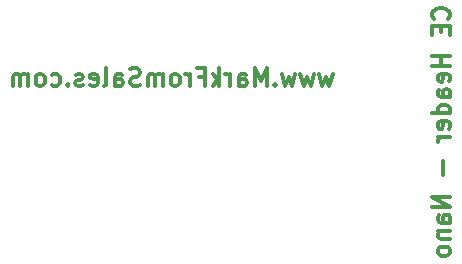
<source format=gbr>
G04 #@! TF.GenerationSoftware,KiCad,Pcbnew,(5.0.2)-1*
G04 #@! TF.CreationDate,2019-02-02T18:03:16-06:00*
G04 #@! TF.ProjectId,CE-Header-Arduino-Nano,43452d48-6561-4646-9572-2d4172647569,1.0*
G04 #@! TF.SameCoordinates,Original*
G04 #@! TF.FileFunction,Legend,Bot*
G04 #@! TF.FilePolarity,Positive*
%FSLAX46Y46*%
G04 Gerber Fmt 4.6, Leading zero omitted, Abs format (unit mm)*
G04 Created by KiCad (PCBNEW (5.0.2)-1) date 2/2/2019 6:03:16 PM*
%MOMM*%
%LPD*%
G01*
G04 APERTURE LIST*
%ADD10C,0.300000*%
G04 APERTURE END LIST*
D10*
X115207142Y-58606571D02*
X114921428Y-59606571D01*
X114635714Y-58892285D01*
X114350000Y-59606571D01*
X114064285Y-58606571D01*
X113635714Y-58606571D02*
X113350000Y-59606571D01*
X113064285Y-58892285D01*
X112778571Y-59606571D01*
X112492857Y-58606571D01*
X112064285Y-58606571D02*
X111778571Y-59606571D01*
X111492857Y-58892285D01*
X111207142Y-59606571D01*
X110921428Y-58606571D01*
X110350000Y-59463714D02*
X110278571Y-59535142D01*
X110350000Y-59606571D01*
X110421428Y-59535142D01*
X110350000Y-59463714D01*
X110350000Y-59606571D01*
X109635714Y-59606571D02*
X109635714Y-58106571D01*
X109135714Y-59178000D01*
X108635714Y-58106571D01*
X108635714Y-59606571D01*
X107278571Y-59606571D02*
X107278571Y-58820857D01*
X107350000Y-58678000D01*
X107492857Y-58606571D01*
X107778571Y-58606571D01*
X107921428Y-58678000D01*
X107278571Y-59535142D02*
X107421428Y-59606571D01*
X107778571Y-59606571D01*
X107921428Y-59535142D01*
X107992857Y-59392285D01*
X107992857Y-59249428D01*
X107921428Y-59106571D01*
X107778571Y-59035142D01*
X107421428Y-59035142D01*
X107278571Y-58963714D01*
X106564285Y-59606571D02*
X106564285Y-58606571D01*
X106564285Y-58892285D02*
X106492857Y-58749428D01*
X106421428Y-58678000D01*
X106278571Y-58606571D01*
X106135714Y-58606571D01*
X105635714Y-59606571D02*
X105635714Y-58106571D01*
X105492857Y-59035142D02*
X105064285Y-59606571D01*
X105064285Y-58606571D02*
X105635714Y-59178000D01*
X103921428Y-58820857D02*
X104421428Y-58820857D01*
X104421428Y-59606571D02*
X104421428Y-58106571D01*
X103707142Y-58106571D01*
X103135714Y-59606571D02*
X103135714Y-58606571D01*
X103135714Y-58892285D02*
X103064285Y-58749428D01*
X102992857Y-58678000D01*
X102850000Y-58606571D01*
X102707142Y-58606571D01*
X101992857Y-59606571D02*
X102135714Y-59535142D01*
X102207142Y-59463714D01*
X102278571Y-59320857D01*
X102278571Y-58892285D01*
X102207142Y-58749428D01*
X102135714Y-58678000D01*
X101992857Y-58606571D01*
X101778571Y-58606571D01*
X101635714Y-58678000D01*
X101564285Y-58749428D01*
X101492857Y-58892285D01*
X101492857Y-59320857D01*
X101564285Y-59463714D01*
X101635714Y-59535142D01*
X101778571Y-59606571D01*
X101992857Y-59606571D01*
X100850000Y-59606571D02*
X100850000Y-58606571D01*
X100850000Y-58749428D02*
X100778571Y-58678000D01*
X100635714Y-58606571D01*
X100421428Y-58606571D01*
X100278571Y-58678000D01*
X100207142Y-58820857D01*
X100207142Y-59606571D01*
X100207142Y-58820857D02*
X100135714Y-58678000D01*
X99992857Y-58606571D01*
X99778571Y-58606571D01*
X99635714Y-58678000D01*
X99564285Y-58820857D01*
X99564285Y-59606571D01*
X98921428Y-59535142D02*
X98707142Y-59606571D01*
X98350000Y-59606571D01*
X98207142Y-59535142D01*
X98135714Y-59463714D01*
X98064285Y-59320857D01*
X98064285Y-59178000D01*
X98135714Y-59035142D01*
X98207142Y-58963714D01*
X98350000Y-58892285D01*
X98635714Y-58820857D01*
X98778571Y-58749428D01*
X98850000Y-58678000D01*
X98921428Y-58535142D01*
X98921428Y-58392285D01*
X98850000Y-58249428D01*
X98778571Y-58178000D01*
X98635714Y-58106571D01*
X98278571Y-58106571D01*
X98064285Y-58178000D01*
X96778571Y-59606571D02*
X96778571Y-58820857D01*
X96850000Y-58678000D01*
X96992857Y-58606571D01*
X97278571Y-58606571D01*
X97421428Y-58678000D01*
X96778571Y-59535142D02*
X96921428Y-59606571D01*
X97278571Y-59606571D01*
X97421428Y-59535142D01*
X97492857Y-59392285D01*
X97492857Y-59249428D01*
X97421428Y-59106571D01*
X97278571Y-59035142D01*
X96921428Y-59035142D01*
X96778571Y-58963714D01*
X95850000Y-59606571D02*
X95992857Y-59535142D01*
X96064285Y-59392285D01*
X96064285Y-58106571D01*
X94707142Y-59535142D02*
X94850000Y-59606571D01*
X95135714Y-59606571D01*
X95278571Y-59535142D01*
X95350000Y-59392285D01*
X95350000Y-58820857D01*
X95278571Y-58678000D01*
X95135714Y-58606571D01*
X94850000Y-58606571D01*
X94707142Y-58678000D01*
X94635714Y-58820857D01*
X94635714Y-58963714D01*
X95350000Y-59106571D01*
X94064285Y-59535142D02*
X93921428Y-59606571D01*
X93635714Y-59606571D01*
X93492857Y-59535142D01*
X93421428Y-59392285D01*
X93421428Y-59320857D01*
X93492857Y-59178000D01*
X93635714Y-59106571D01*
X93850000Y-59106571D01*
X93992857Y-59035142D01*
X94064285Y-58892285D01*
X94064285Y-58820857D01*
X93992857Y-58678000D01*
X93850000Y-58606571D01*
X93635714Y-58606571D01*
X93492857Y-58678000D01*
X92778571Y-59463714D02*
X92707142Y-59535142D01*
X92778571Y-59606571D01*
X92850000Y-59535142D01*
X92778571Y-59463714D01*
X92778571Y-59606571D01*
X91421428Y-59535142D02*
X91564285Y-59606571D01*
X91850000Y-59606571D01*
X91992857Y-59535142D01*
X92064285Y-59463714D01*
X92135714Y-59320857D01*
X92135714Y-58892285D01*
X92064285Y-58749428D01*
X91992857Y-58678000D01*
X91850000Y-58606571D01*
X91564285Y-58606571D01*
X91421428Y-58678000D01*
X90564285Y-59606571D02*
X90707142Y-59535142D01*
X90778571Y-59463714D01*
X90850000Y-59320857D01*
X90850000Y-58892285D01*
X90778571Y-58749428D01*
X90707142Y-58678000D01*
X90564285Y-58606571D01*
X90350000Y-58606571D01*
X90207142Y-58678000D01*
X90135714Y-58749428D01*
X90064285Y-58892285D01*
X90064285Y-59320857D01*
X90135714Y-59463714D01*
X90207142Y-59535142D01*
X90350000Y-59606571D01*
X90564285Y-59606571D01*
X89421428Y-59606571D02*
X89421428Y-58606571D01*
X89421428Y-58749428D02*
X89350000Y-58678000D01*
X89207142Y-58606571D01*
X88992857Y-58606571D01*
X88850000Y-58678000D01*
X88778571Y-58820857D01*
X88778571Y-59606571D01*
X88778571Y-58820857D02*
X88707142Y-58678000D01*
X88564285Y-58606571D01*
X88350000Y-58606571D01*
X88207142Y-58678000D01*
X88135714Y-58820857D01*
X88135714Y-59606571D01*
X124995714Y-53928571D02*
X125067142Y-53857142D01*
X125138571Y-53642857D01*
X125138571Y-53500000D01*
X125067142Y-53285714D01*
X124924285Y-53142857D01*
X124781428Y-53071428D01*
X124495714Y-53000000D01*
X124281428Y-53000000D01*
X123995714Y-53071428D01*
X123852857Y-53142857D01*
X123710000Y-53285714D01*
X123638571Y-53500000D01*
X123638571Y-53642857D01*
X123710000Y-53857142D01*
X123781428Y-53928571D01*
X124352857Y-54571428D02*
X124352857Y-55071428D01*
X125138571Y-55285714D02*
X125138571Y-54571428D01*
X123638571Y-54571428D01*
X123638571Y-55285714D01*
X125138571Y-57071428D02*
X123638571Y-57071428D01*
X124352857Y-57071428D02*
X124352857Y-57928571D01*
X125138571Y-57928571D02*
X123638571Y-57928571D01*
X125067142Y-59214285D02*
X125138571Y-59071428D01*
X125138571Y-58785714D01*
X125067142Y-58642857D01*
X124924285Y-58571428D01*
X124352857Y-58571428D01*
X124210000Y-58642857D01*
X124138571Y-58785714D01*
X124138571Y-59071428D01*
X124210000Y-59214285D01*
X124352857Y-59285714D01*
X124495714Y-59285714D01*
X124638571Y-58571428D01*
X125138571Y-60571428D02*
X124352857Y-60571428D01*
X124210000Y-60500000D01*
X124138571Y-60357142D01*
X124138571Y-60071428D01*
X124210000Y-59928571D01*
X125067142Y-60571428D02*
X125138571Y-60428571D01*
X125138571Y-60071428D01*
X125067142Y-59928571D01*
X124924285Y-59857142D01*
X124781428Y-59857142D01*
X124638571Y-59928571D01*
X124567142Y-60071428D01*
X124567142Y-60428571D01*
X124495714Y-60571428D01*
X125138571Y-61928571D02*
X123638571Y-61928571D01*
X125067142Y-61928571D02*
X125138571Y-61785714D01*
X125138571Y-61500000D01*
X125067142Y-61357142D01*
X124995714Y-61285714D01*
X124852857Y-61214285D01*
X124424285Y-61214285D01*
X124281428Y-61285714D01*
X124210000Y-61357142D01*
X124138571Y-61500000D01*
X124138571Y-61785714D01*
X124210000Y-61928571D01*
X125067142Y-63214285D02*
X125138571Y-63071428D01*
X125138571Y-62785714D01*
X125067142Y-62642857D01*
X124924285Y-62571428D01*
X124352857Y-62571428D01*
X124210000Y-62642857D01*
X124138571Y-62785714D01*
X124138571Y-63071428D01*
X124210000Y-63214285D01*
X124352857Y-63285714D01*
X124495714Y-63285714D01*
X124638571Y-62571428D01*
X125138571Y-63928571D02*
X124138571Y-63928571D01*
X124424285Y-63928571D02*
X124281428Y-64000000D01*
X124210000Y-64071428D01*
X124138571Y-64214285D01*
X124138571Y-64357142D01*
X124567142Y-65999999D02*
X124567142Y-67142857D01*
X125138571Y-68999999D02*
X123638571Y-68999999D01*
X125138571Y-69857142D01*
X123638571Y-69857142D01*
X125138571Y-71214285D02*
X124352857Y-71214285D01*
X124210000Y-71142857D01*
X124138571Y-70999999D01*
X124138571Y-70714285D01*
X124210000Y-70571428D01*
X125067142Y-71214285D02*
X125138571Y-71071428D01*
X125138571Y-70714285D01*
X125067142Y-70571428D01*
X124924285Y-70499999D01*
X124781428Y-70499999D01*
X124638571Y-70571428D01*
X124567142Y-70714285D01*
X124567142Y-71071428D01*
X124495714Y-71214285D01*
X124138571Y-71928571D02*
X125138571Y-71928571D01*
X124281428Y-71928571D02*
X124210000Y-71999999D01*
X124138571Y-72142857D01*
X124138571Y-72357142D01*
X124210000Y-72499999D01*
X124352857Y-72571428D01*
X125138571Y-72571428D01*
X125138571Y-73499999D02*
X125067142Y-73357142D01*
X124995714Y-73285714D01*
X124852857Y-73214285D01*
X124424285Y-73214285D01*
X124281428Y-73285714D01*
X124210000Y-73357142D01*
X124138571Y-73499999D01*
X124138571Y-73714285D01*
X124210000Y-73857142D01*
X124281428Y-73928571D01*
X124424285Y-73999999D01*
X124852857Y-73999999D01*
X124995714Y-73928571D01*
X125067142Y-73857142D01*
X125138571Y-73714285D01*
X125138571Y-73499999D01*
M02*

</source>
